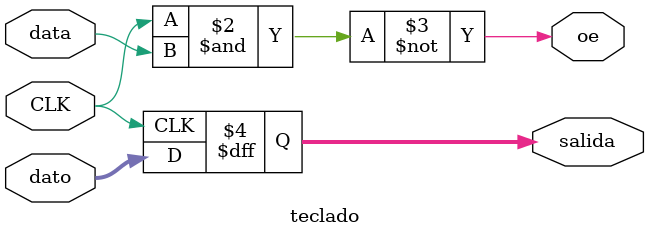
<source format=v>
`timescale 1ns / 1ps
module teclado(
  input [3:0] dato,
  input CLK,
  input data,
  output reg [3:0] salida,
  output oe
);

always @(posedge CLK) begin
    salida <= dato;
end

assign oe = ~(CLK & data);

endmodule


</source>
